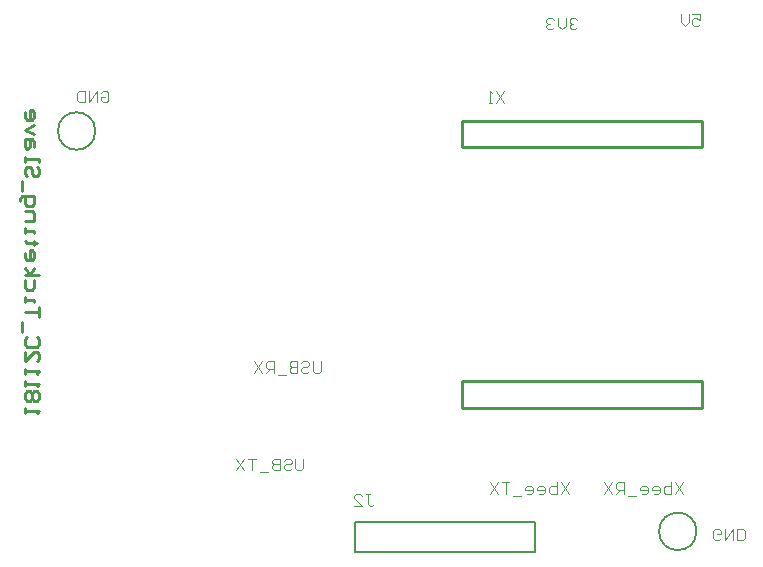
<source format=gbr>
%TF.GenerationSoftware,Altium Limited,Altium Designer,21.6.1 (37)*%
G04 Layer_Color=32896*
%FSLAX43Y43*%
%MOMM*%
%TF.SameCoordinates,1E6E8873-E5BF-4629-9129-2C513CDE5FDC*%
%TF.FilePolarity,Positive*%
%TF.FileFunction,Legend,Bot*%
%TF.Part,Single*%
G01*
G75*
%TA.AperFunction,NonConductor*%
%ADD41C,0.200*%
%ADD46C,0.100*%
%ADD49C,0.254*%
D41*
X59885Y3100D02*
G03*
X59885Y3100I-1585J0D01*
G01*
X8985Y37000D02*
G03*
X8985Y37000I-1585J0D01*
G01*
X30930Y3870D02*
X46170D01*
X30930Y1330D02*
X46170D01*
X30930D02*
Y3870D01*
X46170Y1330D02*
Y3870D01*
D46*
X49050Y7266D02*
X48384Y6267D01*
Y7266D02*
X49050Y6267D01*
X48050Y7266D02*
Y6267D01*
X47550D01*
X47384Y6433D01*
Y6600D01*
Y6766D01*
X47550Y6933D01*
X48050D01*
X46551Y6267D02*
X46884D01*
X47051Y6433D01*
Y6766D01*
X46884Y6933D01*
X46551D01*
X46384Y6766D01*
Y6600D01*
X47051D01*
X45551Y6267D02*
X45884D01*
X46051Y6433D01*
Y6766D01*
X45884Y6933D01*
X45551D01*
X45385Y6766D01*
Y6600D01*
X46051D01*
X45051Y6100D02*
X44385D01*
X44052Y7266D02*
X43385D01*
X43718D01*
Y6267D01*
X43052Y7266D02*
X42385Y6267D01*
Y7266D02*
X43052Y6267D01*
X58761Y7266D02*
X58094Y6267D01*
Y7266D02*
X58761Y6267D01*
X57761Y7266D02*
Y6267D01*
X57261D01*
X57094Y6433D01*
Y6600D01*
Y6766D01*
X57261Y6933D01*
X57761D01*
X56261Y6267D02*
X56595D01*
X56761Y6433D01*
Y6766D01*
X56595Y6933D01*
X56261D01*
X56095Y6766D01*
Y6600D01*
X56761D01*
X55262Y6267D02*
X55595D01*
X55761Y6433D01*
Y6766D01*
X55595Y6933D01*
X55262D01*
X55095Y6766D01*
Y6600D01*
X55761D01*
X54762Y6100D02*
X54095D01*
X53762Y6267D02*
Y7266D01*
X53262D01*
X53096Y7100D01*
Y6766D01*
X53262Y6600D01*
X53762D01*
X53429D02*
X53096Y6267D01*
X52762Y7266D02*
X52096Y6267D01*
Y7266D02*
X52762Y6267D01*
X28094Y17522D02*
Y16689D01*
X27927Y16523D01*
X27594D01*
X27428Y16689D01*
Y17522D01*
X26428Y17356D02*
X26594Y17522D01*
X26928D01*
X27094Y17356D01*
Y17189D01*
X26928Y17022D01*
X26594D01*
X26428Y16856D01*
Y16689D01*
X26594Y16523D01*
X26928D01*
X27094Y16689D01*
X26095Y17522D02*
Y16523D01*
X25595D01*
X25428Y16689D01*
Y16856D01*
X25595Y17022D01*
X26095D01*
X25595D01*
X25428Y17189D01*
Y17356D01*
X25595Y17522D01*
X26095D01*
X25095Y16356D02*
X24429D01*
X24095Y16523D02*
Y17522D01*
X23595D01*
X23429Y17356D01*
Y17022D01*
X23595Y16856D01*
X24095D01*
X23762D02*
X23429Y16523D01*
X23096Y17522D02*
X22429Y16523D01*
Y17522D02*
X23096Y16523D01*
X26600Y9266D02*
Y8433D01*
X26433Y8267D01*
X26100D01*
X25934Y8433D01*
Y9266D01*
X24934Y9100D02*
X25100Y9266D01*
X25434D01*
X25600Y9100D01*
Y8933D01*
X25434Y8766D01*
X25100D01*
X24934Y8600D01*
Y8433D01*
X25100Y8267D01*
X25434D01*
X25600Y8433D01*
X24601Y9266D02*
Y8267D01*
X24101D01*
X23934Y8433D01*
Y8600D01*
X24101Y8766D01*
X24601D01*
X24101D01*
X23934Y8933D01*
Y9100D01*
X24101Y9266D01*
X24601D01*
X23601Y8100D02*
X22935D01*
X22601Y9266D02*
X21935D01*
X22268D01*
Y8267D01*
X21602Y9266D02*
X20935Y8267D01*
Y9266D02*
X21602Y8267D01*
X61966Y2506D02*
X61800Y2339D01*
X61467D01*
X61300Y2506D01*
Y3172D01*
X61467Y3339D01*
X61800D01*
X61966Y3172D01*
Y2839D01*
X61633D01*
X62300Y3339D02*
Y2339D01*
X62966Y3339D01*
Y2339D01*
X63299D02*
Y3339D01*
X63799D01*
X63966Y3172D01*
Y2506D01*
X63799Y2339D01*
X63299D01*
X9434Y40255D02*
X9600Y40421D01*
X9933D01*
X10100Y40255D01*
Y39588D01*
X9933Y39422D01*
X9600D01*
X9434Y39588D01*
Y39922D01*
X9767D01*
X9100Y39422D02*
Y40421D01*
X8434Y39422D01*
Y40421D01*
X8101D02*
Y39422D01*
X7601D01*
X7434Y39588D01*
Y40255D01*
X7601Y40421D01*
X8101D01*
X59544Y46891D02*
X60210D01*
Y46391D01*
X59877Y46557D01*
X59710D01*
X59544Y46391D01*
Y46058D01*
X59710Y45891D01*
X60043D01*
X60210Y46058D01*
X59210Y46891D02*
Y46224D01*
X58877Y45891D01*
X58544Y46224D01*
Y46891D01*
X49800Y46433D02*
X49633Y46600D01*
X49300D01*
X49134Y46433D01*
Y46266D01*
X49300Y46100D01*
X49467D01*
X49300D01*
X49134Y45933D01*
Y45767D01*
X49300Y45600D01*
X49633D01*
X49800Y45767D01*
X48800Y46600D02*
Y45933D01*
X48467Y45600D01*
X48134Y45933D01*
Y46600D01*
X47801Y46433D02*
X47634Y46600D01*
X47301D01*
X47134Y46433D01*
Y46266D01*
X47301Y46100D01*
X47467D01*
X47301D01*
X47134Y45933D01*
Y45767D01*
X47301Y45600D01*
X47634D01*
X47801Y45767D01*
X43611Y40370D02*
X42944Y39370D01*
Y40370D02*
X43611Y39370D01*
X42611D02*
X42278D01*
X42444D01*
Y40370D01*
X42611Y40203D01*
X31876Y6267D02*
X32209D01*
X32042D01*
Y5434D01*
X32209Y5267D01*
X32375D01*
X32542Y5434D01*
X30876Y5267D02*
X31542D01*
X30876Y5933D01*
Y6100D01*
X31042Y6267D01*
X31376D01*
X31542Y6100D01*
D49*
X39990Y35661D02*
X60310D01*
X39990D02*
Y37820D01*
X60310D01*
Y35661D02*
Y37820D01*
X39990Y13563D02*
X60310D01*
X39990D02*
Y15849D01*
X60310D01*
Y13563D02*
Y14833D01*
Y15849D01*
X3000Y13100D02*
Y13518D01*
Y13309D01*
X4254D01*
X4045Y13100D01*
Y14145D02*
X4254Y14354D01*
Y14771D01*
X4045Y14980D01*
X3836D01*
X3627Y14771D01*
X3418Y14980D01*
X3209D01*
X3000Y14771D01*
Y14354D01*
X3209Y14145D01*
X3418D01*
X3627Y14354D01*
X3836Y14145D01*
X4045D01*
X3627Y14354D02*
Y14771D01*
X3000Y15398D02*
Y15816D01*
Y15607D01*
X4254D01*
X4045Y15398D01*
X3000Y16443D02*
Y16861D01*
Y16652D01*
X4254D01*
X4045Y16443D01*
X3000Y18323D02*
Y17488D01*
X3836Y18323D01*
X4045D01*
X4254Y18114D01*
Y17697D01*
X4045Y17488D01*
Y19577D02*
X4254Y19368D01*
Y18950D01*
X4045Y18741D01*
X3209D01*
X3000Y18950D01*
Y19368D01*
X3209Y19577D01*
X2791Y19995D02*
Y20830D01*
X4254Y21248D02*
Y22084D01*
Y21666D01*
X3000D01*
Y22502D02*
Y22920D01*
Y22711D01*
X3836D01*
Y22502D01*
Y24382D02*
Y23756D01*
X3627Y23547D01*
X3209D01*
X3000Y23756D01*
Y24382D01*
Y24800D02*
X4254D01*
X3418D02*
X3836Y25427D01*
X3418Y24800D02*
X3000Y25427D01*
Y26681D02*
Y26263D01*
X3209Y26054D01*
X3627D01*
X3836Y26263D01*
Y26681D01*
X3627Y26890D01*
X3418D01*
Y26054D01*
X4045Y27516D02*
X3836D01*
Y27307D01*
Y27725D01*
Y27516D01*
X3209D01*
X3000Y27725D01*
Y28352D02*
Y28770D01*
Y28561D01*
X3836D01*
Y28352D01*
X3000Y29397D02*
X3836D01*
Y30024D01*
X3627Y30232D01*
X3000D01*
X2582Y31068D02*
Y31277D01*
X2791Y31486D01*
X3836D01*
Y30859D01*
X3627Y30650D01*
X3209D01*
X3000Y30859D01*
Y31486D01*
X2791Y31904D02*
Y32740D01*
X4045Y33993D02*
X4254Y33784D01*
Y33366D01*
X4045Y33158D01*
X3836D01*
X3627Y33366D01*
Y33784D01*
X3418Y33993D01*
X3209D01*
X3000Y33784D01*
Y33366D01*
X3209Y33158D01*
X3000Y34411D02*
Y34829D01*
Y34620D01*
X4254D01*
Y34411D01*
X3836Y35665D02*
Y36083D01*
X3627Y36292D01*
X3000D01*
Y35665D01*
X3209Y35456D01*
X3418Y35665D01*
Y36292D01*
X3836Y36709D02*
X3000Y37127D01*
X3836Y37545D01*
X3000Y38590D02*
Y38172D01*
X3209Y37963D01*
X3627D01*
X3836Y38172D01*
Y38590D01*
X3627Y38799D01*
X3418D01*
Y37963D01*
%TF.MD5,50adec35caccfce08725d4e2c365e606*%
M02*

</source>
